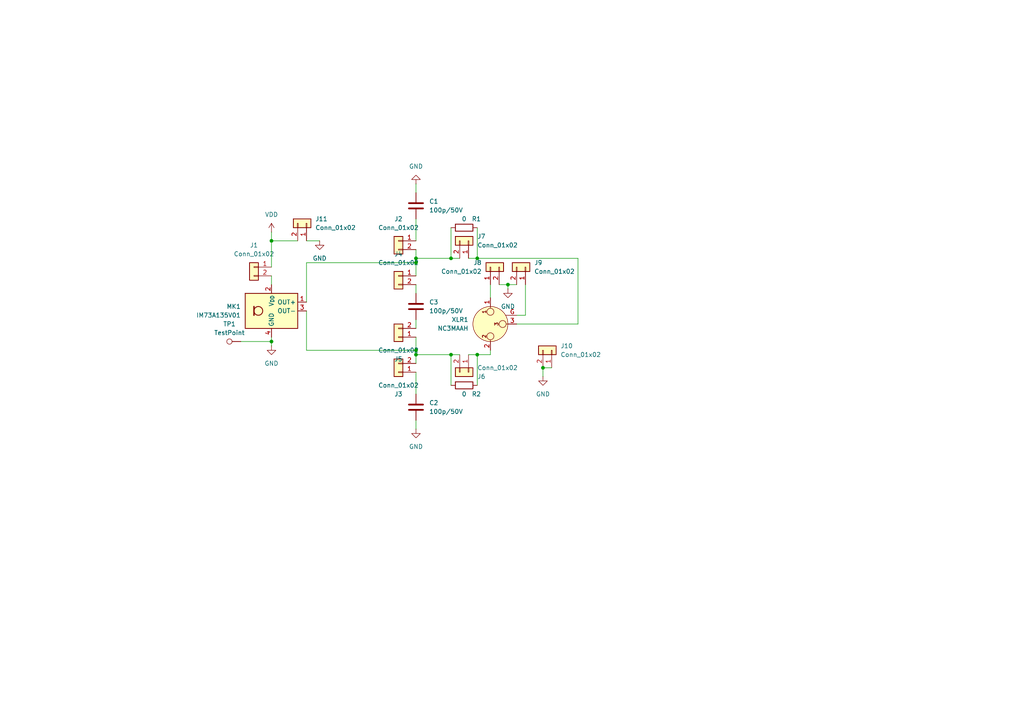
<source format=kicad_sch>
(kicad_sch (version 20250114) (generator "eeschema") (generator_version "9.0")
  (paper "A4")
  (title_block (title "HighDRMic_EVB") (date "2025-03-06") (rev "v0.1") (company "SKB"))
  (lib_symbols
    (symbol "Connector:TestPoint" (pin_numbers (hide yes)) (pin_names (offset 0.762) (hide yes))
      (property "Reference" "TP" (at 0 6.858 0))
      (property "Value" "TestPoint" (at 0 5.08 0))
      (symbol "TestPoint_0_1"
        (circle (center 0 3.302) (radius 0.762))
      )
      (symbol "TestPoint_1_1"
        (pin passive line (at 0 0 90) (length 2.54) (name "1") (number "1"))
      )
    )
    (symbol "Connector_Audio:NC3MAAH" (pin_names (hide yes))
      (property "Reference" "J" (at 0 8.89 0))
      (property "Value" "NC3MAAH" (at 0 6.35 0))
      (symbol "NC3MAAH_0_1"
        (polyline (pts (xy -5.08 0) (xy -4.572 0)))
        (circle (center -3.556 0) (radius 1.016))
        (polyline (pts (xy -2.54 -5.08) (xy -2.54 -4.445)))
        (circle (center 0 0) (radius 5.08) (fill (type background)))
        (circle (center 0 -3.556) (radius 1.016))
        (polyline (pts (xy 0 -5.08) (xy 0 -4.572)))
        (circle (center 3.556 0) (radius 1.016))
        (polyline (pts (xy 5.08 0) (xy 4.572 0)))
        (text "1" (at -3.556 1.778 0) (effects (font (size 1.016 1.016) (bold yes))))
        (text "3" (at 0 -1.778 0) (effects (font (size 1.016 1.016) (bold yes))))
        (text "2" (at 3.556 1.778 0) (effects (font (size 1.016 1.016) (bold yes))))
        (pin passive line (at -7.62 0 0) (length 2.54) (name "~") (number "1"))
        (pin passive line (at 0 -7.62 90) (length 2.54) (name "~") (number "3"))
        (pin passive line (at 7.62 0 180) (length 2.54) (name "~") (number "2"))
      )
      (symbol "NC3MAAH_1_1"
        (pin passive line (at -2.54 -7.62 90) (length 2.54) (name "~") (number "G"))
      )
    )
    (symbol "Connector_Generic:Conn_01x02" (pin_names (offset 1.016) (hide yes))
      (property "Reference" "J" (at 0 2.54 0))
      (property "Value" "Conn_01x02" (at 0 -5.08 0))
      (symbol "Conn_01x02_1_1"
        (rectangle (start -1.27 1.27) (end 1.27 -3.81) (stroke (width 0.254)) (fill (type background)))
        (rectangle (start -1.27 0.127) (end 0 -0.127) (stroke (width 0.1524)))
        (rectangle (start -1.27 -2.413) (end 0 -2.667) (stroke (width 0.1524)))
        (pin passive line (at -5.08 0 0) (length 3.81) (name "Pin_1") (number "1"))
        (pin passive line (at -5.08 -2.54 0) (length 3.81) (name "Pin_2") (number "2"))
      )
    )
    (symbol "Device:C" (pin_numbers (hide yes)) (pin_names (offset 0.254))
      (property "Reference" "C" (at 0.635 2.54 0))
      (property "Value" "C" (at 0.635 -2.54 0))
      (symbol "C_0_1"
        (polyline (pts (xy -2.032 0.762) (xy 2.032 0.762)) (stroke (width 0.508)))
        (polyline (pts (xy -2.032 -0.762) (xy 2.032 -0.762)) (stroke (width 0.508)))
      )
      (symbol "C_1_1"
        (pin passive line (at 0 3.81 270) (length 2.794) (name "~") (number "1"))
        (pin passive line (at 0 -3.81 90) (length 2.794) (name "~") (number "2"))
      )
    )
    (symbol "Device:R" (pin_numbers (hide yes)) (pin_names (offset 0))
      (property "Reference" "R" (at 2.032 0 90))
      (property "Value" "R" (at 0 0 90))
      (symbol "R_0_1"
        (rectangle (start -1.016 -2.54) (end 1.016 2.54) (stroke (width 0.254)))
      )
      (symbol "R_1_1"
        (pin passive line (at 0 3.81 270) (length 1.27) (name "~") (number "1"))
        (pin passive line (at 0 -3.81 90) (length 1.27) (name "~") (number "2"))
      )
    )
    (symbol "Sensor_Audio:IM73A135V01"
      (property "Reference" "MK" (at 5.08 6.35 0))
      (property "Value" "IM73A135V01" (at 11.43 -6.35 0))
      (symbol "IM73A135V01_1_1"
        (rectangle (start -7.62 5.08) (end 7.62 -5.08) (stroke (width 0.254)) (fill (type background)))
        (polyline (pts (xy -5.08 1.27) (xy -5.08 -1.27)) (stroke (width 0.381)))
        (circle (center -3.81 0) (radius 1.27) (stroke (width 0.254)))
        (pin power_in line (at 0 7.62 270) (length 2.54) (name "V_{DD}") (number "2"))
        (pin power_in line (at 0 -7.62 90) (length 2.54) (name "GND") (number "4"))
        (pin passive line (at 0 -7.62 90) (length 2.54) (hide yes) (name "GND") (number "5"))
        (pin output line (at 10.16 2.54 180) (length 2.54) (name "OUT+") (number "1"))
        (pin output line (at 10.16 0 180) (length 2.54) (name "OUT-") (number "3"))
      )
    )
    (symbol "power:GND" (power) (pin_numbers (hide yes)) (pin_names (offset 0) (hide yes))
      (property "Value" "GND" (at 0 -3.81 0))
      (symbol "GND_0_1"
        (polyline (pts (xy 0 0) (xy 0 -1.27) (xy 1.27 -1.27) (xy 0 -2.54) (xy -1.27 -1.27) (xy 0 -1.27)))
      )
      (symbol "GND_1_1"
        (pin power_in line (at 0 0 270) (length 0) (name "~") (number "1"))
      )
    )
    (symbol "power:VDD" (power) (pin_numbers (hide yes)) (pin_names (offset 0) (hide yes))
      (property "Value" "VDD" (at 0 3.556 0))
      (symbol "VDD_0_1"
        (polyline (pts (xy -0.762 1.27) (xy 0 2.54)))
        (polyline (pts (xy 0 2.54) (xy 0.762 1.27)))
        (polyline (pts (xy 0 0) (xy 0 2.54)))
      )
      (symbol "VDD_1_1"
        (pin power_in line (at 0 0 90) (length 0) (name "~") (number "1"))
      )
    )
  )
  (junction (at 130.81 74.93))
  (junction (at 147.32 82.55))
  (junction (at 78.74 99.06))
  (junction (at 130.81 102.87))
  (junction (at 120.65 74.93))
  (junction (at 120.65 101.6))
  (junction (at 157.48 106.68))
  (junction (at 78.74 69.85))
  (junction (at 138.43 74.93))
  (junction (at 138.43 102.87))
  (junction (at 120.65 102.87))
  (junction (at 120.65 76.2))
  (wire (pts (xy 120.65 97.79) (xy 120.65 101.6)))
  (wire (pts (xy 149.86 93.98) (xy 167.64 93.98)))
  (wire (pts (xy 120.65 107.95) (xy 120.65 114.3)))
  (wire (pts (xy 167.64 93.98) (xy 167.64 74.93)))
  (wire (pts (xy 78.74 99.06) (xy 78.74 100.33)))
  (wire (pts (xy 130.81 102.87) (xy 133.35 102.87)))
  (wire (pts (xy 138.43 74.93) (xy 167.64 74.93)))
  (wire (pts (xy 120.65 102.87) (xy 120.65 105.41)))
  (wire (pts (xy 130.81 111.76) (xy 130.81 102.87)))
  (wire (pts (xy 142.24 101.6) (xy 142.24 102.87)))
  (wire (pts (xy 138.43 66.04) (xy 138.43 74.93)))
  (wire (pts (xy 138.43 102.87) (xy 135.89 102.87)))
  (wire (pts (xy 147.32 82.55) (xy 147.32 83.82)))
  (wire (pts (xy 138.43 111.76) (xy 138.43 102.87)))
  (wire (pts (xy 88.9 76.2) (xy 88.9 87.63)))
  (wire (pts (xy 142.24 86.36) (xy 142.24 82.55)))
  (wire (pts (xy 147.32 82.55) (xy 149.86 82.55)))
  (wire (pts (xy 130.81 66.04) (xy 130.81 74.93)))
  (wire (pts (xy 120.65 53.34) (xy 120.65 55.88)))
  (wire (pts (xy 142.24 102.87) (xy 138.43 102.87)))
  (wire (pts (xy 120.65 121.92) (xy 120.65 124.46)))
  (wire (pts (xy 135.89 74.93) (xy 138.43 74.93)))
  (wire (pts (xy 152.4 91.44) (xy 149.86 91.44)))
  (wire (pts (xy 120.65 76.2) (xy 120.65 80.01)))
  (wire (pts (xy 120.65 102.87) (xy 130.81 102.87)))
  (wire (pts (xy 120.65 72.39) (xy 120.65 74.93)))
  (wire (pts (xy 120.65 101.6) (xy 120.65 102.87)))
  (wire (pts (xy 120.65 82.55) (xy 120.65 85.09)))
  (wire (pts (xy 88.9 101.6) (xy 120.65 101.6)))
  (wire (pts (xy 120.65 74.93) (xy 120.65 76.2)))
  (wire (pts (xy 78.74 97.79) (xy 78.74 99.06)))
  (wire (pts (xy 130.81 74.93) (xy 133.35 74.93)))
  (wire (pts (xy 78.74 67.31) (xy 78.74 69.85)))
  (wire (pts (xy 157.48 106.68) (xy 160.02 106.68)))
  (wire (pts (xy 120.65 92.71) (xy 120.65 95.25)))
  (wire (pts (xy 88.9 76.2) (xy 120.65 76.2)))
  (wire (pts (xy 120.65 74.93) (xy 130.81 74.93)))
  (wire (pts (xy 152.4 82.55) (xy 152.4 91.44)))
  (wire (pts (xy 144.78 82.55) (xy 147.32 82.55)))
  (wire (pts (xy 88.9 69.85) (xy 92.71 69.85)))
  (wire (pts (xy 157.48 106.68) (xy 157.48 109.22)))
  (wire (pts (xy 88.9 90.17) (xy 88.9 101.6)))
  (wire (pts (xy 120.65 63.5) (xy 120.65 69.85)))
  (wire (pts (xy 78.74 69.85) (xy 78.74 77.47)))
  (wire (pts (xy 78.74 69.85) (xy 86.36 69.85)))
  (wire (pts (xy 69.85 99.06) (xy 78.74 99.06)))
  (wire (pts (xy 78.74 80.01) (xy 78.74 82.55)))
  (symbol (lib_id "power:GND") (at 157.48 109.22 0) (unit 1)
    (property "Reference" "#PWR06" (effects (hide yes)))
    (property "Value" "GND" (at 157.48 114.3 0))
    (property "Description" "Power symbol creates a global label with name \"GND\" , ground" (effects (hide yes)))
  )
  (symbol (lib_id "Connector_Generic:Conn_01x02") (at 135.89 107.95 270) (unit 1)
    (property "Reference" "J6" (at 138.43 109.2201 90) (effects (justify left)))
    (property "Value" "Conn_01x02" (at 138.43 106.6801 90) (effects (justify left)))
    (property "Footprint" "Connector_PinHeader_2.54mm:PinHeader_1x02_P2.54mm_Vertical" (effects (hide yes)))
    (property "Description" "Generic connector, single row, 01x02, script generated (kicad-library-utils/schlib/autogen/connector/)" (effects (hide yes)))
  )
  (symbol (lib_id "Connector_Generic:Conn_01x02") (at 152.4 77.47 270) (mirror x) (unit 1)
    (property "Reference" "J9" (at 154.94 76.1999 90) (effects (justify left)))
    (property "Value" "Conn_01x02" (at 154.94 78.7399 90) (effects (justify left)))
    (property "Footprint" "Connector_PinHeader_2.54mm:PinHeader_1x02_P2.54mm_Vertical" (effects (hide yes)))
    (property "Description" "Generic connector, single row, 01x02, script generated (kicad-library-utils/schlib/autogen/connector/)" (effects (hide yes)))
  )
  (symbol (lib_id "Connector_Generic:Conn_01x02") (at 115.57 80.01 0) (mirror y) (unit 1)
    (property "Reference" "J4" (at 115.57 73.66 0))
    (property "Value" "Conn_01x02" (at 115.57 76.2 0))
    (property "Footprint" "Connector_PinHeader_2.54mm:PinHeader_1x02_P2.54mm_Vertical" (effects (hide yes)))
    (property "Description" "Generic connector, single row, 01x02, script generated (kicad-library-utils/schlib/autogen/connector/)" (effects (hide yes)))
  )
  (symbol (lib_id "Connector:TestPoint") (at 69.85 99.06 90) (unit 1)
    (property "Reference" "TP1" (at 66.548 93.98 90))
    (property "Value" "TestPoint" (at 66.548 96.52 90))
    (property "Footprint" "TestPoint:TestPoint_THTPad_D1.5mm_Drill0.7mm" (effects (hide yes)))
    (property "Description" "test point" (effects (hide yes)))
  )
  (symbol (lib_id "Connector_Generic:Conn_01x02") (at 115.57 69.85 0) (mirror y) (unit 1)
    (property "Reference" "J2" (at 115.57 63.5 0))
    (property "Value" "Conn_01x02" (at 115.57 66.04 0))
    (property "Footprint" "Connector_PinHeader_2.54mm:PinHeader_1x02_P2.54mm_Vertical" (effects (hide yes)))
    (property "Description" "Generic connector, single row, 01x02, script generated (kicad-library-utils/schlib/autogen/connector/)" (effects (hide yes)))
  )
  (symbol (lib_id "power:GND") (at 120.65 53.34 180) (unit 1)
    (property "Reference" "#PWR01" (effects (hide yes)))
    (property "Value" "GND" (at 120.65 48.26 0))
    (property "Description" "Power symbol creates a global label with name \"GND\" , ground" (effects (hide yes)))
  )
  (symbol (lib_id "Connector_Generic:Conn_01x02") (at 160.02 101.6 270) (mirror x) (unit 1)
    (property "Reference" "J10" (at 162.56 100.3299 90) (effects (justify left)))
    (property "Value" "Conn_01x02" (at 162.56 102.8699 90) (effects (justify left)))
    (property "Footprint" "Connector_PinHeader_2.54mm:PinHeader_1x02_P2.54mm_Vertical" (effects (hide yes)))
    (property "Description" "Generic connector, single row, 01x02, script generated (kicad-library-utils/schlib/autogen/connector/)" (effects (hide yes)))
  )
  (symbol (lib_id "Connector_Generic:Conn_01x02") (at 115.57 97.79 180) (unit 1)
    (property "Reference" "J5" (at 115.57 104.14 0))
    (property "Value" "Conn_01x02" (at 115.57 101.6 0))
    (property "Footprint" "Connector_PinHeader_2.54mm:PinHeader_1x02_P2.54mm_Vertical" (effects (hide yes)))
    (property "Description" "Generic connector, single row, 01x02, script generated (kicad-library-utils/schlib/autogen/connector/)" (effects (hide yes)))
  )
  (symbol (lib_id "Device:R") (at 134.62 111.76 90) (mirror x) (unit 1)
    (property "Reference" "R2" (at 138.176 114.3 90))
    (property "Value" "0" (at 134.62 114.3 90))
    (property "Footprint" "Resistor_SMD:R_0201_0603Metric_Pad0.64x0.40mm_HandSolder" (effects (hide yes)))
    (property "Description" "Resistor" (effects (hide yes)))
  )
  (symbol (lib_id "Connector_Generic:Conn_01x02") (at 88.9 64.77 270) (mirror x) (unit 1)
    (property "Reference" "J11" (at 91.44 63.4999 90) (effects (justify left)))
    (property "Value" "Conn_01x02" (at 91.44 66.0399 90) (effects (justify left)))
    (property "Footprint" "Connector_PinHeader_2.54mm:PinHeader_1x02_P2.54mm_Vertical" (effects (hide yes)))
    (property "Description" "Generic connector, single row, 01x02, script generated (kicad-library-utils/schlib/autogen/connector/)" (effects (hide yes)))
  )
  (symbol (lib_id "Connector_Generic:Conn_01x02") (at 142.24 77.47 90) (unit 1)
    (property "Reference" "J8" (at 139.7 76.1999 90) (effects (justify left)))
    (property "Value" "Conn_01x02" (at 139.7 78.7399 90) (effects (justify left)))
    (property "Footprint" "Connector_PinHeader_2.54mm:PinHeader_1x02_P2.54mm_Vertical" (effects (hide yes)))
    (property "Description" "Generic connector, single row, 01x02, script generated (kicad-library-utils/schlib/autogen/connector/)" (effects (hide yes)))
  )
  (symbol (lib_id "power:VDD") (at 78.74 67.31 0) (unit 1)
    (property "Reference" "#PWR04" (effects (hide yes)))
    (property "Value" "VDD" (at 78.74 62.23 0))
    (property "Description" "Power symbol creates a global label with name \"VDD\"" (effects (hide yes)))
  )
  (symbol (lib_id "Device:C") (at 120.65 118.11 0) (unit 1)
    (property "Reference" "C2" (at 124.46 116.8399 0) (effects (justify left)))
    (property "Value" "100p/50V" (at 124.46 119.3799 0) (effects (justify left)))
    (property "Footprint" "Capacitor_SMD:C_0201_0603Metric_Pad0.64x0.40mm_HandSolder" (effects (hide yes)))
    (property "Description" "Unpolarized capacitor" (effects (hide yes)))
  )
  (symbol (lib_id "Connector_Generic:Conn_01x02") (at 73.66 77.47 0) (mirror y) (unit 1)
    (property "Reference" "J1" (at 73.66 71.12 0))
    (property "Value" "Conn_01x02" (at 73.66 73.66 0))
    (property "Footprint" "Connector_PinHeader_2.54mm:PinHeader_1x02_P2.54mm_Vertical" (effects (hide yes)))
    (property "Description" "Generic connector, single row, 01x02, script generated (kicad-library-utils/schlib/autogen/connector/)" (effects (hide yes)))
  )
  (symbol (lib_id "Sensor_Audio:IM73A135V01") (at 78.74 90.17 0) (unit 1)
    (property "Reference" "MK1" (at 69.85 88.8999 0) (effects (justify right)))
    (property "Value" "IM73A135V01" (at 69.85 91.4399 0) (effects (justify right)))
    (property "Footprint" "Sensor_Audio:Infineon_PG-LLGA-5-2" (effects (hide yes)))
    (property "Datasheet" "https://www.infineon.com/dgdl/Infineon-IM73A135-DataSheet-v01_00-EN.pdf?fileId=8ac78c8c7f2a768a017fadec36b84500" (effects (hide yes)))
    (property "Description" "IP57 Water and Dust Resistant, Differential MEMS Microphone, 135dBSPL AOP, 73dB SNR, PG-LLGA-5-2" (effects (hide yes)))
  )
  (symbol (lib_id "Connector_Audio:NC3MAAH") (at 142.24 93.98 90) (mirror x) (unit 1)
    (property "Reference" "XLR1" (at 135.89 92.7099 90) (effects (justify left)))
    (property "Value" "NC3MAAH" (at 135.89 95.2499 90) (effects (justify left)))
    (property "Footprint" "Connector_Audio:Jack_XLR_Neutrik_NC3MAAH_Horizontal" (effects (hide yes)))
    (property "Datasheet" "https://www.neutrik.com/en/product/nc3maah" (effects (hide yes)))
    (property "Description" "AA Series, 3 pole male XLR receptacle, grounding: separate ground contact to mating connector shell and front panel, horizontal PCB mount" (effects (hide yes)))
  )
  (symbol (lib_id "Device:C") (at 120.65 88.9 0) (unit 1)
    (property "Reference" "C3" (at 124.46 87.6299 0) (effects (justify left)))
    (property "Value" "100p/50V" (at 124.46 90.1699 0) (effects (justify left)))
    (property "Footprint" "Capacitor_SMD:C_0201_0603Metric_Pad0.64x0.40mm_HandSolder" (effects (hide yes)))
    (property "Description" "Unpolarized capacitor" (effects (hide yes)))
  )
  (symbol (lib_id "Device:C") (at 120.65 59.69 0) (unit 1)
    (property "Reference" "C1" (at 124.46 58.4199 0) (effects (justify left)))
    (property "Value" "100p/50V" (at 124.46 60.9599 0) (effects (justify left)))
    (property "Footprint" "Capacitor_SMD:C_0201_0603Metric_Pad0.64x0.40mm_HandSolder" (effects (hide yes)))
    (property "Description" "Unpolarized capacitor" (effects (hide yes)))
  )
  (symbol (lib_id "Device:R") (at 134.62 66.04 90) (unit 1)
    (property "Reference" "R1" (at 138.176 63.5 90))
    (property "Value" "0" (at 134.62 63.5 90))
    (property "Footprint" "Resistor_SMD:R_0201_0603Metric_Pad0.64x0.40mm_HandSolder" (effects (hide yes)))
    (property "Description" "Resistor" (effects (hide yes)))
  )
  (symbol (lib_id "Connector_Generic:Conn_01x02") (at 135.89 69.85 270) (mirror x) (unit 1)
    (property "Reference" "J7" (at 138.43 68.5799 90) (effects (justify left)))
    (property "Value" "Conn_01x02" (at 138.43 71.1199 90) (effects (justify left)))
    (property "Footprint" "Connector_PinHeader_2.54mm:PinHeader_1x02_P2.54mm_Vertical" (effects (hide yes)))
    (property "Description" "Generic connector, single row, 01x02, script generated (kicad-library-utils/schlib/autogen/connector/)" (effects (hide yes)))
  )
  (symbol (lib_id "power:GND") (at 78.74 100.33 0) (unit 1)
    (property "Reference" "#PWR03" (effects (hide yes)))
    (property "Value" "GND" (at 78.74 105.41 0))
    (property "Description" "Power symbol creates a global label with name \"GND\" , ground" (effects (hide yes)))
  )
  (symbol (lib_id "power:GND") (at 147.32 83.82 0) (unit 1)
    (property "Reference" "#PWR05" (effects (hide yes)))
    (property "Value" "GND" (at 147.32 88.9 0))
    (property "Description" "Power symbol creates a global label with name \"GND\" , ground" (effects (hide yes)))
  )
  (symbol (lib_id "power:GND") (at 120.65 124.46 0) (unit 1)
    (property "Reference" "#PWR02" (effects (hide yes)))
    (property "Value" "GND" (at 120.65 129.54 0))
    (property "Description" "Power symbol creates a global label with name \"GND\" , ground" (effects (hide yes)))
  )
  (symbol (lib_id "Connector_Generic:Conn_01x02") (at 115.57 107.95 180) (unit 1)
    (property "Reference" "J3" (at 115.57 114.3 0))
    (property "Value" "Conn_01x02" (at 115.57 111.76 0))
    (property "Footprint" "Connector_PinHeader_2.54mm:PinHeader_1x02_P2.54mm_Vertical" (effects (hide yes)))
    (property "Description" "Generic connector, single row, 01x02, script generated (kicad-library-utils/schlib/autogen/connector/)" (effects (hide yes)))
  )
  (symbol (lib_id "power:GND") (at 92.71 69.85 0) (unit 1)
    (property "Reference" "#PWR07" (effects (hide yes)))
    (property "Value" "GND" (at 92.71 74.93 0))
    (property "Description" "Power symbol creates a global label with name \"GND\" , ground" (effects (hide yes)))
  )
)
</source>
